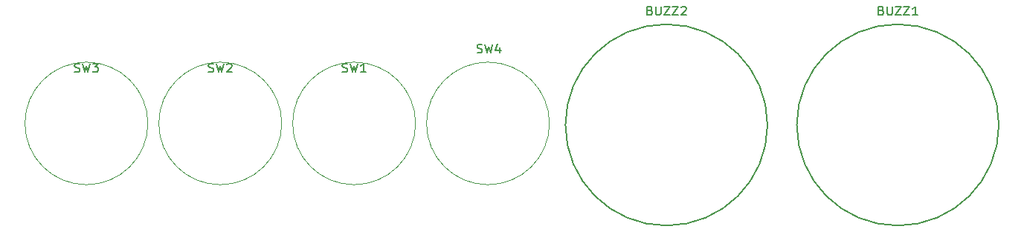
<source format=gbr>
G04 #@! TF.GenerationSoftware,KiCad,Pcbnew,(5.1.6-0-10_14)*
G04 #@! TF.CreationDate,2020-06-30T11:40:46-07:00*
G04 #@! TF.ProjectId,Pufferfish-Interface-1,50756666-6572-4666-9973-682d496e7465,v0.1*
G04 #@! TF.SameCoordinates,Original*
G04 #@! TF.FileFunction,Legend,Top*
G04 #@! TF.FilePolarity,Positive*
%FSLAX46Y46*%
G04 Gerber Fmt 4.6, Leading zero omitted, Abs format (unit mm)*
G04 Created by KiCad (PCBNEW (5.1.6-0-10_14)) date 2020-06-30 11:40:46*
%MOMM*%
%LPD*%
G01*
G04 APERTURE LIST*
%ADD10C,0.120000*%
%ADD11C,0.203200*%
%ADD12C,0.150000*%
G04 APERTURE END LIST*
D10*
X79390000Y-31750000D02*
G75*
G03*
X79390000Y-31750000I-7000000J0D01*
G01*
X33670000Y-31750000D02*
G75*
G03*
X33670000Y-31750000I-7000000J0D01*
G01*
X48910000Y-31750000D02*
G75*
G03*
X48910000Y-31750000I-7000000J0D01*
G01*
X64150000Y-31750000D02*
G75*
G03*
X64150000Y-31750000I-7000000J0D01*
G01*
D11*
X130551601Y-31921601D02*
G75*
G03*
X130551601Y-31921601I-11500000J0D01*
G01*
X104210000Y-31921601D02*
G75*
G03*
X104210000Y-31921601I-11500000J0D01*
G01*
D12*
X71156666Y-23654761D02*
X71299523Y-23702380D01*
X71537619Y-23702380D01*
X71632857Y-23654761D01*
X71680476Y-23607142D01*
X71728095Y-23511904D01*
X71728095Y-23416666D01*
X71680476Y-23321428D01*
X71632857Y-23273809D01*
X71537619Y-23226190D01*
X71347142Y-23178571D01*
X71251904Y-23130952D01*
X71204285Y-23083333D01*
X71156666Y-22988095D01*
X71156666Y-22892857D01*
X71204285Y-22797619D01*
X71251904Y-22750000D01*
X71347142Y-22702380D01*
X71585238Y-22702380D01*
X71728095Y-22750000D01*
X72061428Y-22702380D02*
X72299523Y-23702380D01*
X72490000Y-22988095D01*
X72680476Y-23702380D01*
X72918571Y-22702380D01*
X73728095Y-23035714D02*
X73728095Y-23702380D01*
X73490000Y-22654761D02*
X73251904Y-23369047D01*
X73870952Y-23369047D01*
X25336666Y-25854761D02*
X25479523Y-25902380D01*
X25717619Y-25902380D01*
X25812857Y-25854761D01*
X25860476Y-25807142D01*
X25908095Y-25711904D01*
X25908095Y-25616666D01*
X25860476Y-25521428D01*
X25812857Y-25473809D01*
X25717619Y-25426190D01*
X25527142Y-25378571D01*
X25431904Y-25330952D01*
X25384285Y-25283333D01*
X25336666Y-25188095D01*
X25336666Y-25092857D01*
X25384285Y-24997619D01*
X25431904Y-24950000D01*
X25527142Y-24902380D01*
X25765238Y-24902380D01*
X25908095Y-24950000D01*
X26241428Y-24902380D02*
X26479523Y-25902380D01*
X26670000Y-25188095D01*
X26860476Y-25902380D01*
X27098571Y-24902380D01*
X27384285Y-24902380D02*
X28003333Y-24902380D01*
X27670000Y-25283333D01*
X27812857Y-25283333D01*
X27908095Y-25330952D01*
X27955714Y-25378571D01*
X28003333Y-25473809D01*
X28003333Y-25711904D01*
X27955714Y-25807142D01*
X27908095Y-25854761D01*
X27812857Y-25902380D01*
X27527142Y-25902380D01*
X27431904Y-25854761D01*
X27384285Y-25807142D01*
X40576666Y-25854761D02*
X40719523Y-25902380D01*
X40957619Y-25902380D01*
X41052857Y-25854761D01*
X41100476Y-25807142D01*
X41148095Y-25711904D01*
X41148095Y-25616666D01*
X41100476Y-25521428D01*
X41052857Y-25473809D01*
X40957619Y-25426190D01*
X40767142Y-25378571D01*
X40671904Y-25330952D01*
X40624285Y-25283333D01*
X40576666Y-25188095D01*
X40576666Y-25092857D01*
X40624285Y-24997619D01*
X40671904Y-24950000D01*
X40767142Y-24902380D01*
X41005238Y-24902380D01*
X41148095Y-24950000D01*
X41481428Y-24902380D02*
X41719523Y-25902380D01*
X41910000Y-25188095D01*
X42100476Y-25902380D01*
X42338571Y-24902380D01*
X42671904Y-24997619D02*
X42719523Y-24950000D01*
X42814761Y-24902380D01*
X43052857Y-24902380D01*
X43148095Y-24950000D01*
X43195714Y-24997619D01*
X43243333Y-25092857D01*
X43243333Y-25188095D01*
X43195714Y-25330952D01*
X42624285Y-25902380D01*
X43243333Y-25902380D01*
X55816666Y-25854761D02*
X55959523Y-25902380D01*
X56197619Y-25902380D01*
X56292857Y-25854761D01*
X56340476Y-25807142D01*
X56388095Y-25711904D01*
X56388095Y-25616666D01*
X56340476Y-25521428D01*
X56292857Y-25473809D01*
X56197619Y-25426190D01*
X56007142Y-25378571D01*
X55911904Y-25330952D01*
X55864285Y-25283333D01*
X55816666Y-25188095D01*
X55816666Y-25092857D01*
X55864285Y-24997619D01*
X55911904Y-24950000D01*
X56007142Y-24902380D01*
X56245238Y-24902380D01*
X56388095Y-24950000D01*
X56721428Y-24902380D02*
X56959523Y-25902380D01*
X57150000Y-25188095D01*
X57340476Y-25902380D01*
X57578571Y-24902380D01*
X58483333Y-25902380D02*
X57911904Y-25902380D01*
X58197619Y-25902380D02*
X58197619Y-24902380D01*
X58102380Y-25045238D01*
X58007142Y-25140476D01*
X57911904Y-25188095D01*
X117170648Y-18850172D02*
X117313505Y-18897791D01*
X117361124Y-18945410D01*
X117408743Y-19040648D01*
X117408743Y-19183505D01*
X117361124Y-19278743D01*
X117313505Y-19326362D01*
X117218267Y-19373981D01*
X116837315Y-19373981D01*
X116837315Y-18373981D01*
X117170648Y-18373981D01*
X117265886Y-18421601D01*
X117313505Y-18469220D01*
X117361124Y-18564458D01*
X117361124Y-18659696D01*
X117313505Y-18754934D01*
X117265886Y-18802553D01*
X117170648Y-18850172D01*
X116837315Y-18850172D01*
X117837315Y-18373981D02*
X117837315Y-19183505D01*
X117884934Y-19278743D01*
X117932553Y-19326362D01*
X118027791Y-19373981D01*
X118218267Y-19373981D01*
X118313505Y-19326362D01*
X118361124Y-19278743D01*
X118408743Y-19183505D01*
X118408743Y-18373981D01*
X118789696Y-18373981D02*
X119456362Y-18373981D01*
X118789696Y-19373981D01*
X119456362Y-19373981D01*
X119742077Y-18373981D02*
X120408743Y-18373981D01*
X119742077Y-19373981D01*
X120408743Y-19373981D01*
X121313505Y-19373981D02*
X120742077Y-19373981D01*
X121027791Y-19373981D02*
X121027791Y-18373981D01*
X120932553Y-18516839D01*
X120837315Y-18612077D01*
X120742077Y-18659696D01*
X90829047Y-18850172D02*
X90971904Y-18897791D01*
X91019523Y-18945410D01*
X91067142Y-19040648D01*
X91067142Y-19183505D01*
X91019523Y-19278743D01*
X90971904Y-19326362D01*
X90876666Y-19373981D01*
X90495714Y-19373981D01*
X90495714Y-18373981D01*
X90829047Y-18373981D01*
X90924285Y-18421601D01*
X90971904Y-18469220D01*
X91019523Y-18564458D01*
X91019523Y-18659696D01*
X90971904Y-18754934D01*
X90924285Y-18802553D01*
X90829047Y-18850172D01*
X90495714Y-18850172D01*
X91495714Y-18373981D02*
X91495714Y-19183505D01*
X91543333Y-19278743D01*
X91590952Y-19326362D01*
X91686190Y-19373981D01*
X91876666Y-19373981D01*
X91971904Y-19326362D01*
X92019523Y-19278743D01*
X92067142Y-19183505D01*
X92067142Y-18373981D01*
X92448095Y-18373981D02*
X93114761Y-18373981D01*
X92448095Y-19373981D01*
X93114761Y-19373981D01*
X93400476Y-18373981D02*
X94067142Y-18373981D01*
X93400476Y-19373981D01*
X94067142Y-19373981D01*
X94400476Y-18469220D02*
X94448095Y-18421601D01*
X94543333Y-18373981D01*
X94781428Y-18373981D01*
X94876666Y-18421601D01*
X94924285Y-18469220D01*
X94971904Y-18564458D01*
X94971904Y-18659696D01*
X94924285Y-18802553D01*
X94352857Y-19373981D01*
X94971904Y-19373981D01*
M02*

</source>
